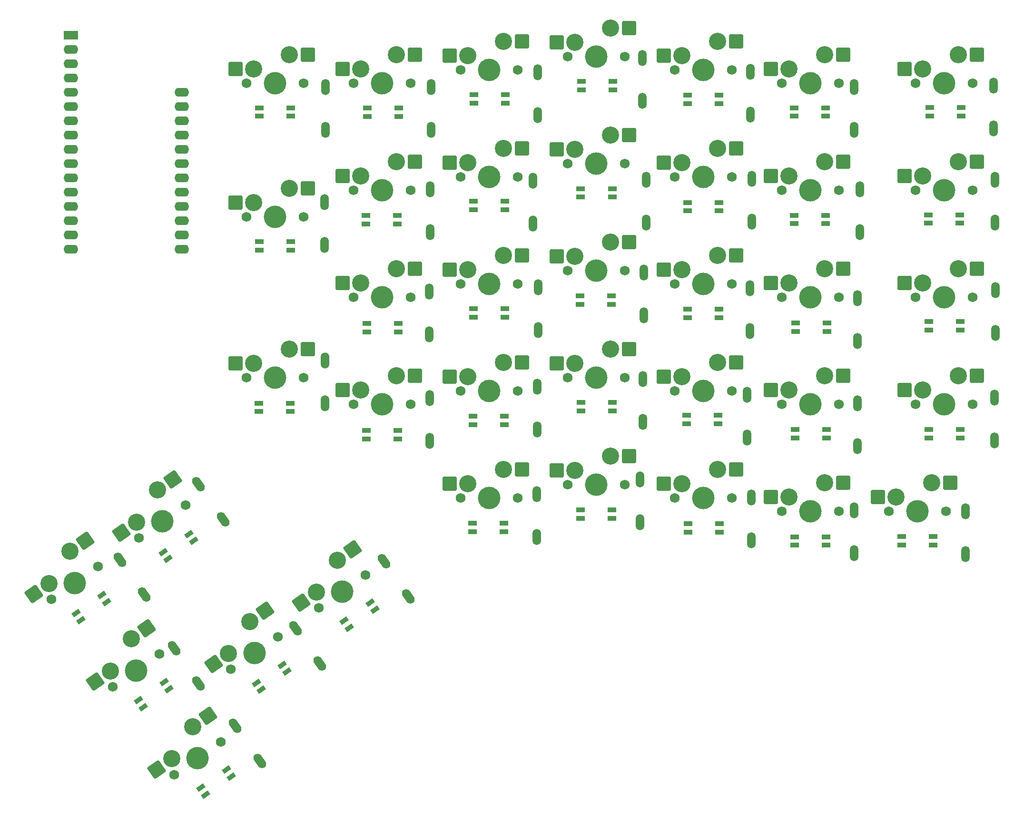
<source format=gbr>
%TF.GenerationSoftware,KiCad,Pcbnew,9.0.1*%
%TF.CreationDate,2025-07-25T20:29:55-04:00*%
%TF.ProjectId,splitboard right,73706c69-7462-46f6-9172-642072696768,rev?*%
%TF.SameCoordinates,Original*%
%TF.FileFunction,Soldermask,Bot*%
%TF.FilePolarity,Negative*%
%FSLAX46Y46*%
G04 Gerber Fmt 4.6, Leading zero omitted, Abs format (unit mm)*
G04 Created by KiCad (PCBNEW 9.0.1) date 2025-07-25 20:29:55*
%MOMM*%
%LPD*%
G01*
G04 APERTURE LIST*
G04 Aperture macros list*
%AMRoundRect*
0 Rectangle with rounded corners*
0 $1 Rounding radius*
0 $2 $3 $4 $5 $6 $7 $8 $9 X,Y pos of 4 corners*
0 Add a 4 corners polygon primitive as box body*
4,1,4,$2,$3,$4,$5,$6,$7,$8,$9,$2,$3,0*
0 Add four circle primitives for the rounded corners*
1,1,$1+$1,$2,$3*
1,1,$1+$1,$4,$5*
1,1,$1+$1,$6,$7*
1,1,$1+$1,$8,$9*
0 Add four rect primitives between the rounded corners*
20,1,$1+$1,$2,$3,$4,$5,0*
20,1,$1+$1,$4,$5,$6,$7,0*
20,1,$1+$1,$6,$7,$8,$9,0*
20,1,$1+$1,$8,$9,$2,$3,0*%
%AMHorizOval*
0 Thick line with rounded ends*
0 $1 width*
0 $2 $3 position (X,Y) of the first rounded end (center of the circle)*
0 $4 $5 position (X,Y) of the second rounded end (center of the circle)*
0 Add line between two ends*
20,1,$1,$2,$3,$4,$5,0*
0 Add two circle primitives to create the rounded ends*
1,1,$1,$2,$3*
1,1,$1,$4,$5*%
%AMRotRect*
0 Rectangle, with rotation*
0 The origin of the aperture is its center*
0 $1 length*
0 $2 width*
0 $3 Rotation angle, in degrees counterclockwise*
0 Add horizontal line*
21,1,$1,$2,0,0,$3*%
G04 Aperture macros list end*
%ADD10O,1.524800X2.845600*%
%ADD11C,1.750000*%
%ADD12C,3.050000*%
%ADD13C,4.000000*%
%ADD14RoundRect,0.250000X-0.266054X-1.407068X1.413207X-0.231236X0.266054X1.407068X-1.413207X0.231236X0*%
%ADD15HorizOval,1.524800X-0.378790X0.540968X0.378790X-0.540968X0*%
%ADD16RoundRect,0.250000X-1.025000X-1.000000X1.025000X-1.000000X1.025000X1.000000X-1.025000X1.000000X0*%
%ADD17RoundRect,0.250000X-1.050000X-0.550000X1.050000X-0.550000X1.050000X0.550000X-1.050000X0.550000X0*%
%ADD18O,2.600000X1.600000*%
%ADD19R,1.500000X0.820000*%
%ADD20RotRect,0.820000X1.500000X125.000000*%
G04 APERTURE END LIST*
D10*
%TO.C,D12*%
X162810000Y-59000000D03*
X162810000Y-51380000D03*
%TD*%
D11*
%TO.C,SW36*%
X38100000Y-126206250D03*
D12*
X37683439Y-123397162D03*
D13*
X42261292Y-123292482D03*
D12*
X41428170Y-117674305D03*
D11*
X46422584Y-120378714D03*
D14*
X35000716Y-125275625D03*
X44133010Y-115780356D03*
%TD*%
D10*
%TO.C,D11*%
X143955000Y-59160000D03*
X143955000Y-51540000D03*
%TD*%
%TO.C,D29*%
X124480000Y-115150000D03*
X124480000Y-107530000D03*
%TD*%
D11*
%TO.C,SW34*%
X70094794Y-138686888D03*
D12*
X69678233Y-135877800D03*
D13*
X74256086Y-135773120D03*
D12*
X73422964Y-130154943D03*
D11*
X78417378Y-132859352D03*
D14*
X66995510Y-137756263D03*
X76127804Y-128260994D03*
%TD*%
D15*
%TO.C,D37*%
X64315052Y-141189628D03*
X59944400Y-134947690D03*
%TD*%
%TO.C,D36*%
X54665326Y-125390969D03*
X50294674Y-119149031D03*
%TD*%
D10*
%TO.C,D4*%
X143320000Y-37440000D03*
X143320000Y-29820000D03*
%TD*%
%TO.C,D5*%
X162550000Y-39970000D03*
X162550000Y-32350000D03*
%TD*%
D11*
%TO.C,SW38*%
X59953263Y-157415943D03*
D12*
X59536702Y-154606855D03*
D13*
X64114555Y-154502175D03*
D12*
X63281433Y-148883998D03*
D11*
X68275847Y-151588407D03*
D14*
X56853979Y-156485318D03*
X65986273Y-146990049D03*
%TD*%
D10*
%TO.C,D6*%
X181004682Y-42618989D03*
X181004682Y-34998989D03*
%TD*%
D11*
%TO.C,SW27*%
X168124682Y-91508989D03*
D12*
X169394682Y-88968989D03*
D13*
X173204682Y-91508989D03*
D12*
X175744682Y-86428989D03*
D11*
X178284682Y-91508989D03*
D16*
X166119682Y-88968989D03*
X179046682Y-86428989D03*
%TD*%
D11*
%TO.C,SW15*%
X72874682Y-86746489D03*
D12*
X74144682Y-84206489D03*
D13*
X77954682Y-86746489D03*
D12*
X80494682Y-81666489D03*
D11*
X83034682Y-86746489D03*
D16*
X70869682Y-84206489D03*
X83796682Y-81666489D03*
%TD*%
D11*
%TO.C,SW17*%
X110974682Y-70077739D03*
D12*
X112244682Y-67537739D03*
D13*
X116054682Y-70077739D03*
D12*
X118594682Y-64997739D03*
D11*
X121134682Y-70077739D03*
D16*
X108969682Y-67537739D03*
X121896682Y-64997739D03*
%TD*%
D11*
%TO.C,SW4*%
X130024682Y-29596489D03*
D12*
X131294682Y-27056489D03*
D13*
X135104682Y-29596489D03*
D12*
X137644682Y-24516489D03*
D11*
X140184682Y-29596489D03*
D16*
X128019682Y-27056489D03*
X140946682Y-24516489D03*
%TD*%
D11*
%TO.C,SW22*%
X85699640Y-127760257D03*
D12*
X85283079Y-124951169D03*
D13*
X89860932Y-124846489D03*
D12*
X89027810Y-119228312D03*
D11*
X94022224Y-121932721D03*
D14*
X82600356Y-126829632D03*
X91732650Y-117334363D03*
%TD*%
D10*
%TO.C,D1*%
X86890000Y-42640000D03*
X86890000Y-35020000D03*
%TD*%
%TO.C,D10*%
X123854682Y-59287739D03*
X123854682Y-51667739D03*
%TD*%
D11*
%TO.C,SW10*%
X110974682Y-51027739D03*
D12*
X112244682Y-48487739D03*
D13*
X116054682Y-51027739D03*
D12*
X118594682Y-45947739D03*
D11*
X121134682Y-51027739D03*
D16*
X108969682Y-48487739D03*
X121896682Y-45947739D03*
%TD*%
D11*
%TO.C,SW32*%
X168124682Y-110558989D03*
D12*
X169394682Y-108018989D03*
D13*
X173204682Y-110558989D03*
D12*
X175744682Y-105478989D03*
D11*
X178284682Y-110558989D03*
D16*
X166119682Y-108018989D03*
X179046682Y-105478989D03*
%TD*%
D11*
%TO.C,SW20*%
X168124682Y-72458989D03*
D12*
X169394682Y-69918989D03*
D13*
X173204682Y-72458989D03*
D12*
X175744682Y-67378989D03*
D11*
X178284682Y-72458989D03*
D16*
X166119682Y-69918989D03*
X179046682Y-67378989D03*
%TD*%
D10*
%TO.C,D30*%
X142904682Y-112506489D03*
X142904682Y-104886489D03*
%TD*%
%TO.C,D15*%
X86810000Y-91360000D03*
X86810000Y-83740000D03*
%TD*%
%TO.C,D8*%
X86700000Y-63130000D03*
X86700000Y-55510000D03*
%TD*%
%TO.C,D31*%
X162670000Y-115740000D03*
X162670000Y-108120000D03*
%TD*%
D11*
%TO.C,SW35*%
X53704847Y-115279619D03*
D12*
X53288286Y-112470531D03*
D13*
X57866139Y-112365851D03*
D12*
X57033017Y-106747674D03*
D11*
X62027431Y-109452083D03*
D14*
X50605563Y-114348994D03*
X59737857Y-104853725D03*
%TD*%
D11*
%TO.C,SW6*%
X168124682Y-34358989D03*
D12*
X169394682Y-31818989D03*
D13*
X173204682Y-34358989D03*
D12*
X175744682Y-29278989D03*
D11*
X178284682Y-34358989D03*
D16*
X166119682Y-31818989D03*
X179046682Y-29278989D03*
%TD*%
D10*
%TO.C,D14*%
X206000000Y-59130000D03*
X206000000Y-51510000D03*
%TD*%
%TO.C,D3*%
X124680000Y-40010000D03*
X124680000Y-32390000D03*
%TD*%
D11*
%TO.C,SW8*%
X72874682Y-58171489D03*
D12*
X74144682Y-55631489D03*
D13*
X77954682Y-58171489D03*
D12*
X80494682Y-53091489D03*
D11*
X83034682Y-58171489D03*
D16*
X70869682Y-55631489D03*
X83796682Y-53091489D03*
%TD*%
D11*
%TO.C,SW12*%
X149074682Y-51027739D03*
D12*
X150344682Y-48487739D03*
D13*
X154154682Y-51027739D03*
D12*
X156694682Y-45947739D03*
D11*
X159234682Y-51027739D03*
D16*
X147069682Y-48487739D03*
X159996682Y-45947739D03*
%TD*%
D10*
%TO.C,D9*%
X105500000Y-60830000D03*
X105500000Y-53210000D03*
%TD*%
D15*
%TO.C,D35*%
X68685326Y-111960969D03*
X64314674Y-105719031D03*
%TD*%
D10*
%TO.C,D17*%
X124790000Y-78250000D03*
X124790000Y-70630000D03*
%TD*%
%TO.C,D2*%
X105700000Y-42650000D03*
X105700000Y-35030000D03*
%TD*%
D11*
%TO.C,SW26*%
X149074682Y-89127739D03*
D12*
X150344682Y-86587739D03*
D13*
X154154682Y-89127739D03*
D12*
X156694682Y-84047739D03*
D11*
X159234682Y-89127739D03*
D16*
X147069682Y-86587739D03*
X159996682Y-84047739D03*
%TD*%
D11*
%TO.C,SW24*%
X110974682Y-89127739D03*
D12*
X112244682Y-86587739D03*
D13*
X116054682Y-89127739D03*
D12*
X118594682Y-84047739D03*
D11*
X121134682Y-89127739D03*
D16*
X108969682Y-86587739D03*
X121896682Y-84047739D03*
%TD*%
D10*
%TO.C,D23*%
X105480000Y-98050000D03*
X105480000Y-90430000D03*
%TD*%
D11*
%TO.C,SW1*%
X72874682Y-34358989D03*
D12*
X74144682Y-31818989D03*
D13*
X77954682Y-34358989D03*
D12*
X80494682Y-29278989D03*
D11*
X83034682Y-34358989D03*
D16*
X70869682Y-31818989D03*
X83796682Y-29278989D03*
%TD*%
D10*
%TO.C,D13*%
X181990000Y-60830000D03*
X181990000Y-53210000D03*
%TD*%
D11*
%TO.C,SW28*%
X191937182Y-91508989D03*
D12*
X193207182Y-88968989D03*
D13*
X197017182Y-91508989D03*
D12*
X199557182Y-86428989D03*
D11*
X202097182Y-91508989D03*
D16*
X189932182Y-88968989D03*
X202859182Y-86428989D03*
%TD*%
D11*
%TO.C,SW37*%
X49026632Y-141811096D03*
D12*
X48610071Y-139002008D03*
D13*
X53187924Y-138897328D03*
D12*
X52354802Y-133279151D03*
D11*
X57349216Y-135983560D03*
D14*
X45927348Y-140880471D03*
X55059642Y-131385202D03*
%TD*%
D10*
%TO.C,D25*%
X143390000Y-94620000D03*
X143390000Y-87000000D03*
%TD*%
D15*
%TO.C,D22*%
X101675326Y-125670969D03*
X97304674Y-119429031D03*
%TD*%
D11*
%TO.C,SW30*%
X130024682Y-105796489D03*
D12*
X131294682Y-103256489D03*
D13*
X135104682Y-105796489D03*
D12*
X137644682Y-100716489D03*
D11*
X140184682Y-105796489D03*
D16*
X128019682Y-103256489D03*
X140946682Y-100716489D03*
%TD*%
D10*
%TO.C,D33*%
X200790000Y-118150000D03*
X200790000Y-110530000D03*
%TD*%
D11*
%TO.C,SW2*%
X91924682Y-34358989D03*
D12*
X93194682Y-31818989D03*
D13*
X97004682Y-34358989D03*
D12*
X99544682Y-29278989D03*
D11*
X102084682Y-34358989D03*
D16*
X89919682Y-31818989D03*
X102846682Y-29278989D03*
%TD*%
D11*
%TO.C,SW23*%
X91924682Y-91508989D03*
D12*
X93194682Y-88968989D03*
D13*
X97004682Y-91508989D03*
D12*
X99544682Y-86428989D03*
D11*
X102084682Y-91508989D03*
D16*
X89919682Y-88968989D03*
X102846682Y-86428989D03*
%TD*%
D11*
%TO.C,SW33*%
X187174682Y-110558989D03*
D12*
X188444682Y-108018989D03*
D13*
X192254682Y-110558989D03*
D12*
X194794682Y-105478989D03*
D11*
X197334682Y-110558989D03*
D16*
X185169682Y-108018989D03*
X198096682Y-105478989D03*
%TD*%
D11*
%TO.C,SW5*%
X149074682Y-31977739D03*
D12*
X150344682Y-29437739D03*
D13*
X154154682Y-31977739D03*
D12*
X156694682Y-26897739D03*
D11*
X159234682Y-31977739D03*
D16*
X147069682Y-29437739D03*
X159996682Y-26897739D03*
%TD*%
D17*
%TO.C,A1*%
X41610000Y-25820000D03*
D18*
X41610000Y-28360000D03*
X41610000Y-30900000D03*
X41610000Y-33440000D03*
X41610000Y-35980000D03*
X41610000Y-38520000D03*
X41610000Y-41060000D03*
X41610000Y-43600000D03*
X41610000Y-46140000D03*
X41610000Y-48680000D03*
X41610000Y-51220000D03*
X41610000Y-53760000D03*
X41610000Y-56300000D03*
X41610000Y-58840000D03*
X41610000Y-61380000D03*
X41610000Y-63920000D03*
X61330000Y-63920000D03*
X61330000Y-61380000D03*
X61330000Y-58840000D03*
X61330000Y-56300000D03*
X61330000Y-53760000D03*
X61330000Y-51220000D03*
X61330000Y-48680000D03*
X61330000Y-46140000D03*
X61330000Y-43600000D03*
X61330000Y-41060000D03*
X61330000Y-38520000D03*
X61330000Y-35980000D03*
%TD*%
D15*
%TO.C,D38*%
X75220652Y-154991938D03*
X70850000Y-148750000D03*
%TD*%
D10*
%TO.C,D7*%
X205740000Y-42350000D03*
X205740000Y-34730000D03*
%TD*%
D11*
%TO.C,SW16*%
X91924682Y-72458989D03*
D12*
X93194682Y-69918989D03*
D13*
X97004682Y-72458989D03*
D12*
X99544682Y-67378989D03*
D11*
X102084682Y-72458989D03*
D16*
X89919682Y-69918989D03*
X102846682Y-67378989D03*
%TD*%
D11*
%TO.C,SW18*%
X130024682Y-67696489D03*
D12*
X131294682Y-65156489D03*
D13*
X135104682Y-67696489D03*
D12*
X137644682Y-62616489D03*
D11*
X140184682Y-67696489D03*
D16*
X128019682Y-65156489D03*
X140946682Y-62616489D03*
%TD*%
D10*
%TO.C,D19*%
X162430000Y-78440000D03*
X162430000Y-70820000D03*
%TD*%
D11*
%TO.C,SW14*%
X191937182Y-53408989D03*
D12*
X193207182Y-50868989D03*
D13*
X197017182Y-53408989D03*
D12*
X199557182Y-48328989D03*
D11*
X202097182Y-53408989D03*
D16*
X189932182Y-50868989D03*
X202859182Y-48328989D03*
%TD*%
D11*
%TO.C,SW31*%
X149074682Y-108177739D03*
D12*
X150344682Y-105637739D03*
D13*
X154154682Y-108177739D03*
D12*
X156694682Y-103097739D03*
D11*
X159234682Y-108177739D03*
D16*
X147069682Y-105637739D03*
X159996682Y-103097739D03*
%TD*%
D11*
%TO.C,SW21*%
X191937182Y-72458989D03*
D12*
X193207182Y-69918989D03*
D13*
X197017182Y-72458989D03*
D12*
X199557182Y-67378989D03*
D11*
X202097182Y-72458989D03*
D16*
X189932182Y-69918989D03*
X202859182Y-67378989D03*
%TD*%
D11*
%TO.C,SW7*%
X191937182Y-34358989D03*
D12*
X193207182Y-31818989D03*
D13*
X197017182Y-34358989D03*
D12*
X199557182Y-29278989D03*
D11*
X202097182Y-34358989D03*
D16*
X189932182Y-31818989D03*
X202859182Y-29278989D03*
%TD*%
D11*
%TO.C,SW11*%
X130024682Y-48646489D03*
D12*
X131294682Y-46106489D03*
D13*
X135104682Y-48646489D03*
D12*
X137644682Y-43566489D03*
D11*
X140184682Y-48646489D03*
D16*
X128019682Y-46106489D03*
X140946682Y-43566489D03*
%TD*%
D10*
%TO.C,D26*%
X161954682Y-97387739D03*
X161954682Y-89767739D03*
%TD*%
D11*
%TO.C,SW19*%
X149074682Y-70077739D03*
D12*
X150344682Y-67537739D03*
D13*
X154154682Y-70077739D03*
D12*
X156694682Y-64997739D03*
D11*
X159234682Y-70077739D03*
D16*
X147069682Y-67537739D03*
X159996682Y-64997739D03*
%TD*%
D11*
%TO.C,SW13*%
X168124682Y-53408989D03*
D12*
X169394682Y-50868989D03*
D13*
X173204682Y-53408989D03*
D12*
X175744682Y-48328989D03*
D11*
X178284682Y-53408989D03*
D16*
X166119682Y-50868989D03*
X179046682Y-48328989D03*
%TD*%
D11*
%TO.C,SW29*%
X110974682Y-108177739D03*
D12*
X112244682Y-105637739D03*
D13*
X116054682Y-108177739D03*
D12*
X118594682Y-103097739D03*
D11*
X121134682Y-108177739D03*
D16*
X108969682Y-105637739D03*
X121896682Y-103097739D03*
%TD*%
D10*
%TO.C,D32*%
X181004682Y-117970000D03*
X181004682Y-110350000D03*
%TD*%
%TO.C,D24*%
X124590000Y-95950000D03*
X124590000Y-88330000D03*
%TD*%
D11*
%TO.C,SW9*%
X91924682Y-53408989D03*
D12*
X93194682Y-50868989D03*
D13*
X97004682Y-53408989D03*
D12*
X99544682Y-48328989D03*
D11*
X102084682Y-53408989D03*
D16*
X89919682Y-50868989D03*
X102846682Y-48328989D03*
%TD*%
D15*
%TO.C,D34*%
X85935326Y-137640969D03*
X81564674Y-131399031D03*
%TD*%
D10*
%TO.C,D18*%
X143530000Y-75670000D03*
X143530000Y-68050000D03*
%TD*%
%TO.C,D27*%
X181580000Y-98980000D03*
X181580000Y-91360000D03*
%TD*%
D11*
%TO.C,SW25*%
X130024682Y-86746489D03*
D12*
X131294682Y-84206489D03*
D13*
X135104682Y-86746489D03*
D12*
X137644682Y-81666489D03*
D11*
X140184682Y-86746489D03*
D16*
X128019682Y-84206489D03*
X140946682Y-81666489D03*
%TD*%
D10*
%TO.C,D16*%
X105400000Y-79010000D03*
X105400000Y-71390000D03*
%TD*%
%TO.C,D20*%
X181540000Y-80210000D03*
X181540000Y-72590000D03*
%TD*%
%TO.C,D28*%
X205970000Y-97910000D03*
X205970000Y-90290000D03*
%TD*%
%TO.C,D21*%
X206140000Y-78760000D03*
X206140000Y-71140000D03*
%TD*%
D11*
%TO.C,SW3*%
X110974682Y-31977739D03*
D12*
X112244682Y-29437739D03*
D13*
X116054682Y-31977739D03*
D12*
X118594682Y-26897739D03*
D11*
X121134682Y-31977739D03*
D16*
X108969682Y-29437739D03*
X121896682Y-26897739D03*
%TD*%
D19*
%TO.C,L20*%
X94300000Y-77140000D03*
X94300000Y-78640000D03*
X99900000Y-78640000D03*
X99900000Y-77140000D03*
%TD*%
%TO.C,L28*%
X189450000Y-115070000D03*
X189450000Y-116570000D03*
X195050000Y-116570000D03*
X195050000Y-115070000D03*
%TD*%
%TO.C,L6*%
X94370000Y-38770000D03*
X94370000Y-40270000D03*
X99970000Y-40270000D03*
X99970000Y-38770000D03*
%TD*%
%TO.C,L31*%
X132300000Y-110290000D03*
X132300000Y-111790000D03*
X137900000Y-111790000D03*
X137900000Y-110290000D03*
%TD*%
D20*
%TO.C,L33*%
X90246192Y-130051650D03*
X91106557Y-131280378D03*
X95693808Y-128068350D03*
X94833443Y-126839622D03*
%TD*%
D19*
%TO.C,L27*%
X194250000Y-95980000D03*
X194250000Y-97480000D03*
X199850000Y-97480000D03*
X199850000Y-95980000D03*
%TD*%
%TO.C,L13*%
X170270000Y-57860000D03*
X170270000Y-59360000D03*
X175870000Y-59360000D03*
X175870000Y-57860000D03*
%TD*%
%TO.C,L21*%
X75060000Y-91300000D03*
X75060000Y-92800000D03*
X80660000Y-92800000D03*
X80660000Y-91300000D03*
%TD*%
%TO.C,L17*%
X151300000Y-74580000D03*
X151300000Y-76080000D03*
X156900000Y-76080000D03*
X156900000Y-74580000D03*
%TD*%
D20*
%TO.C,L37*%
X42546192Y-128691650D03*
X43406557Y-129920378D03*
X47993808Y-126708350D03*
X47133443Y-125479622D03*
%TD*%
D19*
%TO.C,L12*%
X151340000Y-55570000D03*
X151340000Y-57070000D03*
X156940000Y-57070000D03*
X156940000Y-55570000D03*
%TD*%
%TO.C,L2*%
X170280000Y-38720000D03*
X170280000Y-40220000D03*
X175880000Y-40220000D03*
X175880000Y-38720000D03*
%TD*%
%TO.C,L15*%
X194280000Y-76770000D03*
X194280000Y-78270000D03*
X199880000Y-78270000D03*
X199880000Y-76770000D03*
%TD*%
%TO.C,L24*%
X132360000Y-91200000D03*
X132360000Y-92700000D03*
X137960000Y-92700000D03*
X137960000Y-91200000D03*
%TD*%
%TO.C,L10*%
X113270000Y-55370000D03*
X113270000Y-56870000D03*
X118870000Y-56870000D03*
X118870000Y-55370000D03*
%TD*%
%TO.C,L11*%
X132330000Y-53110000D03*
X132330000Y-54610000D03*
X137930000Y-54610000D03*
X137930000Y-53110000D03*
%TD*%
D20*
%TO.C,L36*%
X53626192Y-144161650D03*
X54486557Y-145390378D03*
X59073808Y-142178350D03*
X58213443Y-140949622D03*
%TD*%
D19*
%TO.C,L23*%
X113180000Y-93650000D03*
X113180000Y-95150000D03*
X118780000Y-95150000D03*
X118780000Y-93650000D03*
%TD*%
%TO.C,L29*%
X170404682Y-115100000D03*
X170404682Y-116600000D03*
X176004682Y-116600000D03*
X176004682Y-115100000D03*
%TD*%
%TO.C,L4*%
X132430000Y-34050000D03*
X132430000Y-35550000D03*
X138030000Y-35550000D03*
X138030000Y-34050000D03*
%TD*%
%TO.C,L1*%
X194430000Y-38670000D03*
X194430000Y-40170000D03*
X200030000Y-40170000D03*
X200030000Y-38670000D03*
%TD*%
%TO.C,L25*%
X151170000Y-93440000D03*
X151170000Y-94940000D03*
X156770000Y-94940000D03*
X156770000Y-93440000D03*
%TD*%
%TO.C,L5*%
X113330000Y-36370000D03*
X113330000Y-37870000D03*
X118930000Y-37870000D03*
X118930000Y-36370000D03*
%TD*%
%TO.C,L16*%
X170590000Y-77020000D03*
X170590000Y-78520000D03*
X176190000Y-78520000D03*
X176190000Y-77020000D03*
%TD*%
%TO.C,L9*%
X94090000Y-57880000D03*
X94090000Y-59380000D03*
X99690000Y-59380000D03*
X99690000Y-57880000D03*
%TD*%
%TO.C,L19*%
X113240000Y-74510000D03*
X113240000Y-76010000D03*
X118840000Y-76010000D03*
X118840000Y-74510000D03*
%TD*%
%TO.C,L14*%
X194180000Y-57760000D03*
X194180000Y-59260000D03*
X199780000Y-59260000D03*
X199780000Y-57760000D03*
%TD*%
D20*
%TO.C,L35*%
X64686192Y-159771650D03*
X65546557Y-161000378D03*
X70133808Y-157788350D03*
X69273443Y-156559622D03*
%TD*%
D19*
%TO.C,L30*%
X151400000Y-112740000D03*
X151400000Y-114240000D03*
X157000000Y-114240000D03*
X157000000Y-112740000D03*
%TD*%
D20*
%TO.C,L34*%
X74636192Y-141071650D03*
X75496557Y-142300378D03*
X80083808Y-139088350D03*
X79223443Y-137859622D03*
%TD*%
D19*
%TO.C,L22*%
X94190000Y-96140000D03*
X94190000Y-97640000D03*
X99790000Y-97640000D03*
X99790000Y-96140000D03*
%TD*%
%TO.C,L3*%
X151310000Y-36460000D03*
X151310000Y-37960000D03*
X156910000Y-37960000D03*
X156910000Y-36460000D03*
%TD*%
%TO.C,L8*%
X75154682Y-62560000D03*
X75154682Y-64060000D03*
X80754682Y-64060000D03*
X80754682Y-62560000D03*
%TD*%
%TO.C,L26*%
X170440000Y-96020000D03*
X170440000Y-97520000D03*
X176040000Y-97520000D03*
X176040000Y-96020000D03*
%TD*%
%TO.C,L32*%
X113070000Y-112690000D03*
X113070000Y-114190000D03*
X118670000Y-114190000D03*
X118670000Y-112690000D03*
%TD*%
D20*
%TO.C,L38*%
X58006192Y-117791650D03*
X58866557Y-119020378D03*
X63453808Y-115808350D03*
X62593443Y-114579622D03*
%TD*%
D19*
%TO.C,L18*%
X132190000Y-72210000D03*
X132190000Y-73710000D03*
X137790000Y-73710000D03*
X137790000Y-72210000D03*
%TD*%
%TO.C,L7*%
X75110000Y-38730000D03*
X75110000Y-40230000D03*
X80710000Y-40230000D03*
X80710000Y-38730000D03*
%TD*%
M02*

</source>
